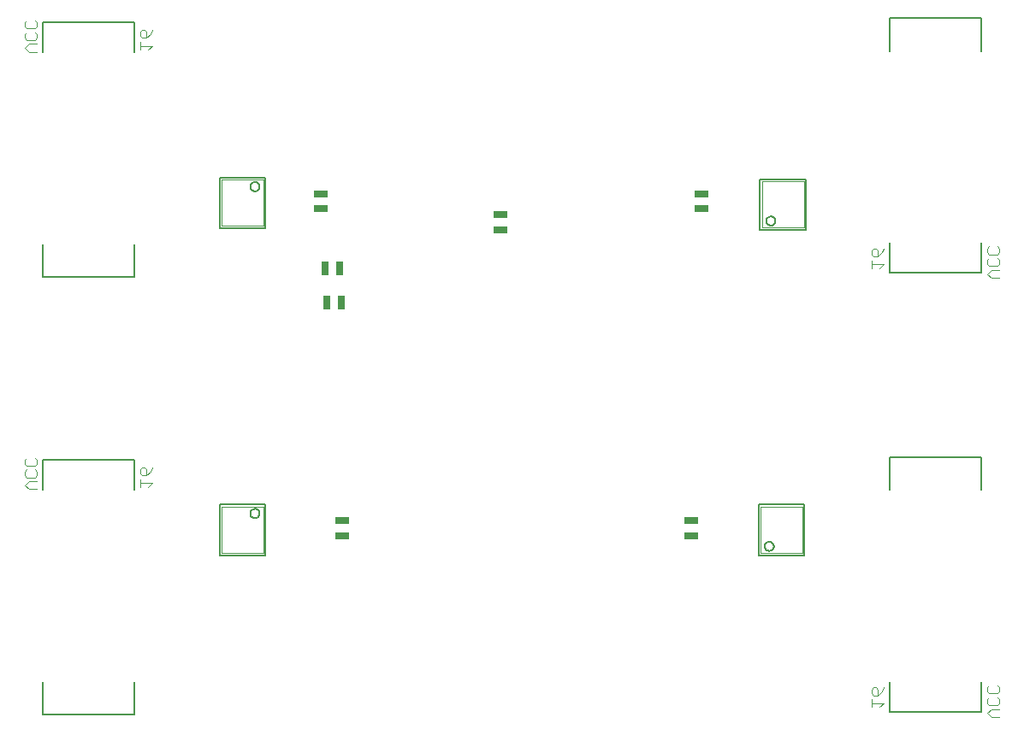
<source format=gbo>
G75*
%MOIN*%
%OFA0B0*%
%FSLAX24Y24*%
%IPPOS*%
%LPD*%
%AMOC8*
5,1,8,0,0,1.08239X$1,22.5*
%
%ADD10R,0.0551X0.0256*%
%ADD11R,0.0256X0.0551*%
%ADD12C,0.0060*%
%ADD13C,0.0020*%
%ADD14C,0.0050*%
%ADD15C,0.0040*%
D10*
X015457Y009300D03*
X015457Y009880D03*
X029082Y009880D03*
X029082Y009300D03*
X021646Y021233D03*
X021646Y021813D03*
X014645Y022050D03*
X014645Y022630D03*
X029457Y022630D03*
X029457Y022050D03*
D11*
X015375Y019713D03*
X014795Y019713D03*
X014854Y018399D03*
X015434Y018399D03*
D12*
X012482Y021285D02*
X010684Y021285D01*
X010684Y023265D01*
X012482Y023265D01*
X012482Y021285D01*
X011883Y022915D02*
X011885Y022941D01*
X011891Y022967D01*
X011900Y022991D01*
X011913Y023014D01*
X011929Y023035D01*
X011948Y023053D01*
X011969Y023069D01*
X011993Y023081D01*
X012017Y023089D01*
X012043Y023094D01*
X012070Y023095D01*
X012096Y023092D01*
X012121Y023085D01*
X012145Y023075D01*
X012168Y023061D01*
X012188Y023045D01*
X012205Y023025D01*
X012220Y023003D01*
X012231Y022979D01*
X012239Y022954D01*
X012243Y022928D01*
X012243Y022902D01*
X012239Y022876D01*
X012231Y022851D01*
X012220Y022827D01*
X012205Y022805D01*
X012188Y022785D01*
X012168Y022769D01*
X012145Y022755D01*
X012121Y022745D01*
X012096Y022738D01*
X012070Y022735D01*
X012043Y022736D01*
X012017Y022741D01*
X011993Y022749D01*
X011969Y022761D01*
X011948Y022777D01*
X011929Y022795D01*
X011913Y022816D01*
X011900Y022839D01*
X011891Y022863D01*
X011885Y022889D01*
X011883Y022915D01*
X012482Y010515D02*
X010684Y010515D01*
X010684Y008535D01*
X012482Y008535D01*
X012482Y010515D01*
X011883Y010165D02*
X011885Y010191D01*
X011891Y010217D01*
X011900Y010241D01*
X011913Y010264D01*
X011929Y010285D01*
X011948Y010303D01*
X011969Y010319D01*
X011993Y010331D01*
X012017Y010339D01*
X012043Y010344D01*
X012070Y010345D01*
X012096Y010342D01*
X012121Y010335D01*
X012145Y010325D01*
X012168Y010311D01*
X012188Y010295D01*
X012205Y010275D01*
X012220Y010253D01*
X012231Y010229D01*
X012239Y010204D01*
X012243Y010178D01*
X012243Y010152D01*
X012239Y010126D01*
X012231Y010101D01*
X012220Y010077D01*
X012205Y010055D01*
X012188Y010035D01*
X012168Y010019D01*
X012145Y010005D01*
X012121Y009995D01*
X012096Y009988D01*
X012070Y009985D01*
X012043Y009986D01*
X012017Y009991D01*
X011993Y009999D01*
X011969Y010011D01*
X011948Y010027D01*
X011929Y010045D01*
X011913Y010066D01*
X011900Y010089D01*
X011891Y010113D01*
X011885Y010139D01*
X011883Y010165D01*
X031684Y010515D02*
X031684Y008535D01*
X033482Y008535D01*
X033482Y010515D01*
X031684Y010515D01*
X031923Y008885D02*
X031925Y008911D01*
X031931Y008937D01*
X031940Y008961D01*
X031953Y008984D01*
X031969Y009005D01*
X031988Y009023D01*
X032009Y009039D01*
X032033Y009051D01*
X032057Y009059D01*
X032083Y009064D01*
X032110Y009065D01*
X032136Y009062D01*
X032161Y009055D01*
X032185Y009045D01*
X032208Y009031D01*
X032228Y009015D01*
X032245Y008995D01*
X032260Y008973D01*
X032271Y008949D01*
X032279Y008924D01*
X032283Y008898D01*
X032283Y008872D01*
X032279Y008846D01*
X032271Y008821D01*
X032260Y008797D01*
X032245Y008775D01*
X032228Y008755D01*
X032208Y008739D01*
X032185Y008725D01*
X032161Y008715D01*
X032136Y008708D01*
X032110Y008705D01*
X032083Y008706D01*
X032057Y008711D01*
X032033Y008719D01*
X032009Y008731D01*
X031988Y008747D01*
X031969Y008765D01*
X031953Y008786D01*
X031940Y008809D01*
X031931Y008833D01*
X031925Y008859D01*
X031923Y008885D01*
X031747Y021223D02*
X033544Y021223D01*
X033544Y023203D01*
X031747Y023203D01*
X031747Y021223D01*
X031986Y021573D02*
X031988Y021599D01*
X031994Y021625D01*
X032003Y021649D01*
X032016Y021672D01*
X032032Y021693D01*
X032051Y021711D01*
X032072Y021727D01*
X032096Y021739D01*
X032120Y021747D01*
X032146Y021752D01*
X032173Y021753D01*
X032199Y021750D01*
X032224Y021743D01*
X032248Y021733D01*
X032271Y021719D01*
X032291Y021703D01*
X032308Y021683D01*
X032323Y021661D01*
X032334Y021637D01*
X032342Y021612D01*
X032346Y021586D01*
X032346Y021560D01*
X032342Y021534D01*
X032334Y021509D01*
X032323Y021485D01*
X032308Y021463D01*
X032291Y021443D01*
X032271Y021427D01*
X032248Y021413D01*
X032224Y021403D01*
X032199Y021396D01*
X032173Y021393D01*
X032146Y021394D01*
X032120Y021399D01*
X032096Y021407D01*
X032072Y021419D01*
X032051Y021435D01*
X032032Y021453D01*
X032016Y021474D01*
X032003Y021497D01*
X031994Y021521D01*
X031988Y021547D01*
X031986Y021573D01*
D13*
X031837Y021313D02*
X033454Y021313D01*
X033454Y023113D01*
X031837Y023113D01*
X031837Y021313D01*
X031774Y010425D02*
X033392Y010425D01*
X033392Y008625D01*
X031774Y008625D01*
X031774Y010425D01*
X012392Y010425D02*
X012392Y008625D01*
X010774Y008625D01*
X010774Y010425D01*
X012392Y010425D01*
X012392Y021375D02*
X010774Y021375D01*
X010774Y023175D01*
X012392Y023175D01*
X012392Y021375D01*
D14*
X003811Y003597D02*
X003811Y002318D01*
X007355Y002318D01*
X007355Y003597D01*
X007355Y011078D02*
X007355Y012259D01*
X003811Y012259D01*
X003811Y011078D01*
X003811Y019380D02*
X003811Y020660D01*
X003811Y019380D02*
X007355Y019380D01*
X007355Y020660D01*
X007355Y028140D02*
X007355Y029321D01*
X003811Y029321D01*
X003811Y028140D01*
X036811Y028203D02*
X036811Y029482D01*
X040355Y029482D01*
X040355Y028203D01*
X040355Y020722D02*
X040355Y019541D01*
X036811Y019541D01*
X036811Y020722D01*
X036811Y012357D02*
X040355Y012357D01*
X040355Y011078D01*
X036811Y011078D02*
X036811Y012357D01*
X036811Y003597D02*
X036811Y002416D01*
X040355Y002416D01*
X040355Y003597D01*
D15*
X040603Y003377D02*
X040680Y003454D01*
X040603Y003377D02*
X040603Y003224D01*
X040680Y003147D01*
X040987Y003147D01*
X041063Y003224D01*
X041063Y003377D01*
X040987Y003454D01*
X040987Y002994D02*
X041063Y002917D01*
X041063Y002763D01*
X040987Y002687D01*
X040680Y002687D01*
X040603Y002763D01*
X040603Y002917D01*
X040680Y002994D01*
X040757Y002533D02*
X041063Y002533D01*
X040757Y002533D02*
X040603Y002380D01*
X040757Y002226D01*
X041063Y002226D01*
X036563Y002761D02*
X036103Y002761D01*
X036103Y002608D02*
X036103Y002914D01*
X036180Y003068D02*
X036103Y003145D01*
X036103Y003298D01*
X036180Y003375D01*
X036257Y003375D01*
X036333Y003298D01*
X036333Y003068D01*
X036180Y003068D01*
X036333Y003068D02*
X036487Y003221D01*
X036563Y003375D01*
X036563Y002761D02*
X036410Y002608D01*
X040757Y019351D02*
X040603Y019505D01*
X040757Y019658D01*
X041063Y019658D01*
X040987Y019812D02*
X040680Y019812D01*
X040603Y019888D01*
X040603Y020042D01*
X040680Y020119D01*
X040680Y020272D02*
X040603Y020349D01*
X040603Y020502D01*
X040680Y020579D01*
X040987Y020579D02*
X041063Y020502D01*
X041063Y020349D01*
X040987Y020272D01*
X040680Y020272D01*
X040987Y020119D02*
X041063Y020042D01*
X041063Y019888D01*
X040987Y019812D01*
X041063Y019351D02*
X040757Y019351D01*
X036563Y019886D02*
X036103Y019886D01*
X036103Y019733D02*
X036103Y020039D01*
X036180Y020193D02*
X036103Y020270D01*
X036103Y020423D01*
X036180Y020500D01*
X036257Y020500D01*
X036333Y020423D01*
X036333Y020193D01*
X036180Y020193D01*
X036333Y020193D02*
X036487Y020346D01*
X036563Y020500D01*
X036563Y019886D02*
X036410Y019733D01*
X008063Y011954D02*
X007987Y011801D01*
X007833Y011647D01*
X007833Y011877D01*
X007757Y011954D01*
X007680Y011954D01*
X007603Y011877D01*
X007603Y011724D01*
X007680Y011647D01*
X007833Y011647D01*
X007603Y011494D02*
X007603Y011187D01*
X007603Y011340D02*
X008063Y011340D01*
X007910Y011187D01*
X003563Y011108D02*
X003257Y011108D01*
X003103Y011261D01*
X003257Y011414D01*
X003563Y011414D01*
X003487Y011568D02*
X003180Y011568D01*
X003103Y011645D01*
X003103Y011798D01*
X003180Y011875D01*
X003180Y012028D02*
X003103Y012105D01*
X003103Y012258D01*
X003180Y012335D01*
X003180Y012028D02*
X003487Y012028D01*
X003563Y012105D01*
X003563Y012258D01*
X003487Y012335D01*
X003487Y011875D02*
X003563Y011798D01*
X003563Y011645D01*
X003487Y011568D01*
X003563Y028170D02*
X003257Y028170D01*
X003103Y028323D01*
X003257Y028477D01*
X003563Y028477D01*
X003487Y028630D02*
X003180Y028630D01*
X003103Y028707D01*
X003103Y028861D01*
X003180Y028937D01*
X003180Y029091D02*
X003103Y029168D01*
X003103Y029321D01*
X003180Y029398D01*
X003487Y029398D02*
X003563Y029321D01*
X003563Y029168D01*
X003487Y029091D01*
X003180Y029091D01*
X003487Y028937D02*
X003563Y028861D01*
X003563Y028707D01*
X003487Y028630D01*
X007603Y028556D02*
X007603Y028249D01*
X007603Y028403D02*
X008063Y028403D01*
X007910Y028249D01*
X007833Y028710D02*
X007833Y028940D01*
X007757Y029017D01*
X007680Y029017D01*
X007603Y028940D01*
X007603Y028786D01*
X007680Y028710D01*
X007833Y028710D01*
X007987Y028863D01*
X008063Y029017D01*
M02*

</source>
